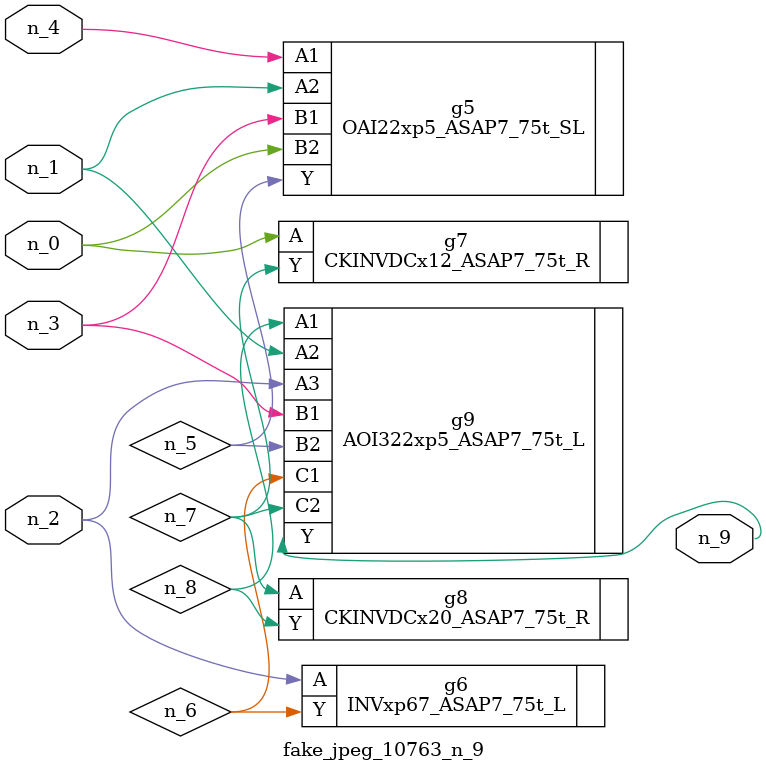
<source format=v>
module fake_jpeg_10763_n_9 (n_3, n_2, n_1, n_0, n_4, n_9);

input n_3;
input n_2;
input n_1;
input n_0;
input n_4;

output n_9;

wire n_8;
wire n_6;
wire n_5;
wire n_7;

OAI22xp5_ASAP7_75t_SL g5 ( 
.A1(n_4),
.A2(n_1),
.B1(n_3),
.B2(n_0),
.Y(n_5)
);

INVxp67_ASAP7_75t_L g6 ( 
.A(n_2),
.Y(n_6)
);

CKINVDCx12_ASAP7_75t_R g7 ( 
.A(n_0),
.Y(n_7)
);

CKINVDCx20_ASAP7_75t_R g8 ( 
.A(n_7),
.Y(n_8)
);

AOI322xp5_ASAP7_75t_L g9 ( 
.A1(n_8),
.A2(n_1),
.A3(n_2),
.B1(n_3),
.B2(n_5),
.C1(n_6),
.C2(n_7),
.Y(n_9)
);


endmodule
</source>
